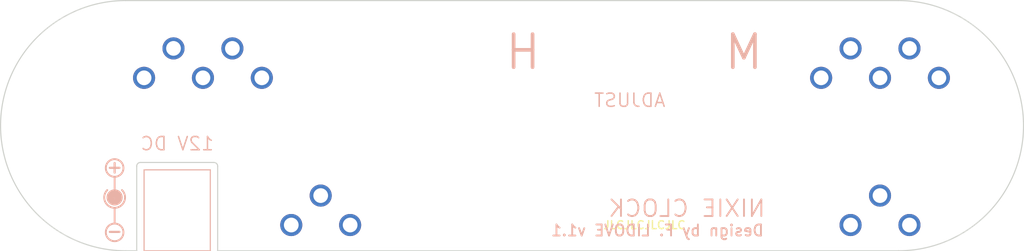
<source format=kicad_pcb>
(kicad_pcb (version 20241229) (generator "pcbnew") (generator_version "9.0")
  (layers (0 "F.Cu" signal) (2 "B.Cu" signal) (13 "F.Paste" user) (15 "B.Paste" user) (5 "F.SilkS" user "F.Silkscreen") (7 "B.SilkS" user "B.Silkscreen") (1 "F.Mask" user) (3 "B.Mask" user) (25 "Edge.Cuts" user))
  (net 0 "")
  (footprint "BackBoard:VENT" (layer "F.Cu") (at 126.5011 118.5036)
    (property "Reference" "V11" (hide yes))
    (property "Value" "VENT" (hide yes))
    (pad "P$1" thru_hole circle (at 0 0) (size 3 3) (drill 2) (layers "*.Cu" "*.Mask"))
  )
  (footprint "BackBoard:VENT" (layer "F.Cu") (at 198.5011 98.5036)
    (property "Reference" "V8" (hide yes))
    (property "Value" "VENT" (hide yes))
    (pad "P$1" thru_hole circle (at 0 0) (size 3 3) (drill 2) (layers "*.Cu" "*.Mask"))
  )
  (footprint "BackBoard:VENT" (layer "F.Cu") (at 106.5011 98.5036)
    (property "Reference" "V3" (hide yes))
    (property "Value" "VENT" (hide yes))
    (pad "P$1" thru_hole circle (at 0 0) (size 3 3) (drill 2) (layers "*.Cu" "*.Mask"))
  )
  (footprint "BackBoard:VENT" (layer "F.Cu") (at 98.5011 98.5036)
    (property "Reference" "V1" (hide yes))
    (property "Value" "VENT" (hide yes))
    (pad "P$1" thru_hole circle (at 0 0) (size 3 3) (drill 2) (layers "*.Cu" "*.Mask"))
  )
  (footprint "BackBoard:VENT" (layer "F.Cu") (at 194.5011 118.5036)
    (property "Reference" "V15" (hide yes))
    (property "Value" "VENT" (hide yes))
    (pad "P$1" thru_hole circle (at 0 0) (size 3 3) (drill 2) (layers "*.Cu" "*.Mask"))
  )
  (footprint "BackBoard:VENT" (layer "F.Cu") (at 118.5011 118.5036)
    (property "Reference" "V13" (hide yes))
    (property "Value" "VENT" (hide yes))
    (pad "P$1" thru_hole circle (at 0 0) (size 3 3) (drill 2) (layers "*.Cu" "*.Mask"))
  )
  (footprint "BackBoard:VENT" (layer "F.Cu") (at 114.5011 98.5036)
    (property "Reference" "V5" (hide yes))
    (property "Value" "VENT" (hide yes))
    (pad "P$1" thru_hole circle (at 0 0) (size 3 3) (drill 2) (layers "*.Cu" "*.Mask"))
  )
  (footprint "BackBoard:VENT" (layer "F.Cu") (at 122.5011 114.5036)
    (property "Reference" "V14" (hide yes))
    (property "Value" "VENT" (hide yes))
    (pad "P$1" thru_hole circle (at 0 0) (size 3 3) (drill 2) (layers "*.Cu" "*.Mask"))
  )
  (footprint "BackBoard:VENT" (layer "F.Cu") (at 190.5011 98.5036)
    (property "Reference" "V6" (hide yes))
    (property "Value" "VENT" (hide yes))
    (pad "P$1" thru_hole circle (at 0 0) (size 3 3) (drill 2) (layers "*.Cu" "*.Mask"))
  )
  (footprint "BackBoard:dummyfp3" (layer "F.Cu") (at 156.7511 94.7536)
    (property "Reference" "UNK_HOLE_3" (hide yes))
    (property "Value" "")
    (pad "" np_thru_hole circle (at 0 0) (size 6 6) (drill 6) (layers "*.Cu" "*.Mask"))
  )
  (footprint "BackBoard:dummyfp0" (layer "F.Cu") (at 84.0011 105.0036)
    (property "Reference" "UNK_HOLE_0" (hide yes))
    (property "Value" "")
    (pad "" np_thru_hole circle (at 0 0) (size 3.3 3.3) (drill 3.3) (layers "*.Cu" "*.Mask"))
  )
  (footprint "BackBoard:VENT" (layer "F.Cu") (at 202.5011 94.5036)
    (property "Reference" "V9" (hide yes))
    (property "Value" "VENT" (hide yes))
    (pad "P$1" thru_hole circle (at 0 0) (size 3 3) (drill 2) (layers "*.Cu" "*.Mask"))
  )
  (footprint "BackBoard:dummyfp4" (layer "F.Cu") (at 172.7511 94.7536)
    (property "Reference" "UNK_HOLE_4" (hide yes))
    (property "Value" "")
    (pad "" np_thru_hole circle (at 0 0) (size 6 6) (drill 6) (layers "*.Cu" "*.Mask"))
  )
  (footprint "BackBoard:VENT" (layer "F.Cu") (at 198.5011 114.5036)
    (property "Reference" "V12" (hide yes))
    (property "Value" "VENT" (hide yes))
    (pad "P$1" thru_hole circle (at 0 0) (size 3 3) (drill 2) (layers "*.Cu" "*.Mask"))
  )
  (footprint "BackBoard:dummyfp1" (layer "F.Cu") (at 213.0011 105.0036)
    (property "Reference" "UNK_HOLE_1" (hide yes))
    (property "Value" "")
    (pad "" np_thru_hole circle (at 0 0) (size 3.3 3.3) (drill 3.3) (layers "*.Cu" "*.Mask"))
  )
  (footprint "BackBoard:VENT" (layer "F.Cu") (at 206.5011 98.5036)
    (property "Reference" "V10" (hide yes))
    (property "Value" "VENT" (hide yes))
    (pad "P$1" thru_hole circle (at 0 0) (size 3 3) (drill 2) (layers "*.Cu" "*.Mask"))
  )
  (footprint "BackBoard:VENT" (layer "F.Cu") (at 202.5011 118.5036)
    (property "Reference" "V16" (hide yes))
    (property "Value" "VENT" (hide yes))
    (pad "P$1" thru_hole circle (at 0 0) (size 3 3) (drill 2) (layers "*.Cu" "*.Mask"))
  )
  (footprint "BackBoard:VENT" (layer "F.Cu") (at 194.5011 94.5036)
    (property "Reference" "V7" (hide yes))
    (property "Value" "VENT" (hide yes))
    (pad "P$1" thru_hole circle (at 0 0) (size 3 3) (drill 2) (layers "*.Cu" "*.Mask"))
  )
  (footprint "BackBoard:VENT" (layer "F.Cu") (at 110.5011 94.5036)
    (property "Reference" "V4" (hide yes))
    (property "Value" "VENT" (hide yes))
    (pad "P$1" thru_hole circle (at 0 0) (size 3 3) (drill 2) (layers "*.Cu" "*.Mask"))
  )
  (footprint "BackBoard:VENT" (layer "F.Cu") (at 102.5011 94.5036)
    (property "Reference" "V2" (hide yes))
    (property "Value" "VENT" (hide yes))
    (pad "P$1" thru_hole circle (at 0 0) (size 3 3) (drill 2) (layers "*.Cu" "*.Mask"))
  )
  (gr_line (start 94.5011 116.2536) (end 94.5011 118.3036) (stroke (width 0.254)) (layer "B.SilkS"))
  (gr_line (start 107.5011 111.0036) (end 98.5011 111.0036) (stroke (width 0.1524)) (layer "B.SilkS"))
  (gr_line (start 98.5011 111.0036) (end 98.5011 122.0036) (stroke (width 0.1524)) (layer "B.SilkS"))
  (gr_line (start 98.5011 122.0036) (end 107.5011 122.0036) (stroke (width 0.1524)) (layer "B.SilkS"))
  (gr_arc (start 95.5011 113.7536) (mid 94.5011 116.167814) (end 93.5011 113.7536) (stroke (width 0.254)) (layer "B.SilkS"))
  (gr_circle (center 94.5011 114.7536) (end 94.6011 114.7536) (stroke (width 1)) (fill no) (layer "B.SilkS"))
  (gr_circle (center 94.5011 110.7536) (end 95.7011 110.7536) (stroke (width 0.254)) (fill no) (layer "B.SilkS"))
  (gr_circle (center 94.5011 119.5036) (end 95.7011 119.5036) (stroke (width 0.254)) (fill no) (layer "B.SilkS"))
  (gr_line (start 107.5011 122.0036) (end 107.5011 111.0036) (stroke (width 0.1524)) (layer "B.SilkS"))
  (gr_line (start 94.5011 114.7536) (end 94.5011 111.9536) (stroke (width 0.254)) (layer "B.SilkS"))
  (gr_arc (start 97.5011 110.5036) (mid 97.647547 110.150047) (end 98.0011 110.0036) (stroke (width 0.1524)) (layer "Edge.Cuts"))
  (gr_arc (start 108.0011 110.0036) (mid 108.354653 110.150047) (end 108.5011 110.5036) (stroke (width 0.1524)) (layer "Edge.Cuts"))
  (gr_line (start 97.5011 122.0036) (end 96.0011 122.0036) (stroke (width 0.1524)) (layer "Edge.Cuts"))
  (gr_line (start 97.5011 122.0036) (end 97.5011 110.5036) (stroke (width 0.1524)) (layer "Edge.Cuts"))
  (gr_line (start 96.0011 88.0036) (end 201.0011 88.0036) (stroke (width 0.1524)) (layer "Edge.Cuts"))
  (gr_arc (start 201.0011 88.0036) (mid 218.0011 105.0036) (end 201.0011 122.0036) (stroke (width 0.1524)) (layer "Edge.Cuts"))
  (gr_line (start 98.0011 110.0036) (end 108.0011 110.0036) (stroke (width 0.1524)) (layer "Edge.Cuts"))
  (gr_arc (start 96.0011 122.0036) (mid 79.0011 105.0036) (end 96.0011 88.0036) (stroke (width 0.1524)) (layer "Edge.Cuts"))
  (gr_line (start 201.0011 122.0036) (end 108.5011 122.0036) (stroke (width 0.1524)) (layer "Edge.Cuts"))
  (gr_line (start 108.5011 110.5036) (end 108.5011 122.0036) (stroke (width 0.1524)) (layer "Edge.Cuts"))
  (gr_text "JLCJLCJLCJLC" (at 166.5011 118.5036 0) (layer "F.SilkS") (effects (font (size 1.0795 1.0795) (thickness 0.1905))))
  (gr_text "M" (at 180.0011 95.0036 -0) (layer "B.SilkS") (effects (font (size 4.5 4.5) (thickness 0.5)) (justify mirror)))
  (gr_text "NIXIE CLOCK" (at 172.25 116.25 -0) (layer "B.SilkS") (effects (font (size 2.25 2.25) (thickness 0.25)) (justify mirror)))
  (gr_text "_" (at 94.5011 118.5036 -0) (layer "B.SilkS") (effects (font (size 1.7 1.7) (thickness 0.3)) (justify mirror)))
  (gr_text "Design by F. LIDOVE v1.1" (at 168.25 119.25 -0) (layer "B.SilkS") (effects (font (size 1.5 1.5) (thickness 0.25)) (justify mirror)))
  (gr_text "12V DC" (at 103.0011 108.5036 -0) (layer "B.SilkS") (effects (font (size 1.8 1.8) (thickness 0.2)) (justify bottom mirror)))
  (gr_text "H" (at 150.0011 95.0036 -0) (layer "B.SilkS") (effects (font (size 4.5 4.5) (thickness 0.5)) (justify mirror)))
  (gr_text "+" (at 94.5011 111.6036 -0) (layer "B.SilkS") (effects (font (size 1.7 1.7) (thickness 0.3)) (justify bottom mirror)))
  (gr_text "ADJUST" (at 164.5 100.5 -0) (layer "B.SilkS") (effects (font (size 1.8 1.8) (thickness 0.2)) (justify top mirror)))
)
</source>
